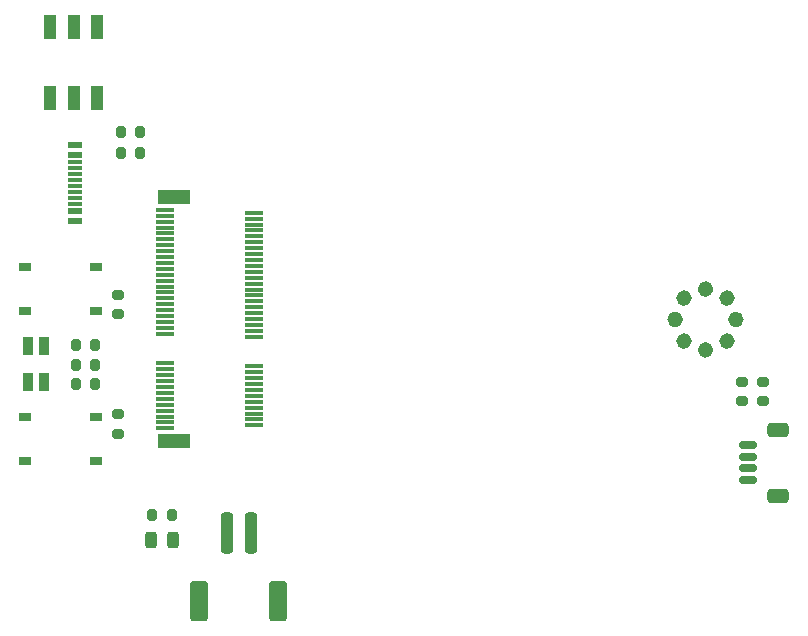
<source format=gbr>
%TF.GenerationSoftware,KiCad,Pcbnew,8.0.4*%
%TF.CreationDate,2024-12-04T08:53:49-07:00*%
%TF.ProjectId,particle-somduino,70617274-6963-46c6-952d-736f6d647569,rev?*%
%TF.SameCoordinates,Original*%
%TF.FileFunction,Paste,Top*%
%TF.FilePolarity,Positive*%
%FSLAX46Y46*%
G04 Gerber Fmt 4.6, Leading zero omitted, Abs format (unit mm)*
G04 Created by KiCad (PCBNEW 8.0.4) date 2024-12-04 08:53:49*
%MOMM*%
%LPD*%
G01*
G04 APERTURE LIST*
G04 Aperture macros list*
%AMRoundRect*
0 Rectangle with rounded corners*
0 $1 Rounding radius*
0 $2 $3 $4 $5 $6 $7 $8 $9 X,Y pos of 4 corners*
0 Add a 4 corners polygon primitive as box body*
4,1,4,$2,$3,$4,$5,$6,$7,$8,$9,$2,$3,0*
0 Add four circle primitives for the rounded corners*
1,1,$1+$1,$2,$3*
1,1,$1+$1,$4,$5*
1,1,$1+$1,$6,$7*
1,1,$1+$1,$8,$9*
0 Add four rect primitives between the rounded corners*
20,1,$1+$1,$2,$3,$4,$5,0*
20,1,$1+$1,$4,$5,$6,$7,0*
20,1,$1+$1,$6,$7,$8,$9,0*
20,1,$1+$1,$8,$9,$2,$3,0*%
G04 Aperture macros list end*
%ADD10C,0.650000*%
%ADD11RoundRect,0.200000X0.275000X-0.200000X0.275000X0.200000X-0.275000X0.200000X-0.275000X-0.200000X0*%
%ADD12RoundRect,0.200000X0.200000X0.275000X-0.200000X0.275000X-0.200000X-0.275000X0.200000X-0.275000X0*%
%ADD13R,1.000000X0.750000*%
%ADD14RoundRect,0.250000X-0.250000X-1.500000X0.250000X-1.500000X0.250000X1.500000X-0.250000X1.500000X0*%
%ADD15RoundRect,0.250001X-0.499999X-1.449999X0.499999X-1.449999X0.499999X1.449999X-0.499999X1.449999X0*%
%ADD16R,0.900000X1.500000*%
%ADD17RoundRect,0.200000X-0.275000X0.200000X-0.275000X-0.200000X0.275000X-0.200000X0.275000X0.200000X0*%
%ADD18R,1.549400X0.304800*%
%ADD19R,2.743200X1.193800*%
%ADD20RoundRect,0.200000X-0.200000X-0.275000X0.200000X-0.275000X0.200000X0.275000X-0.200000X0.275000X0*%
%ADD21R,1.000000X2.000000*%
%ADD22R,1.240000X0.600000*%
%ADD23R,1.240000X0.300000*%
%ADD24RoundRect,0.243750X-0.243750X-0.456250X0.243750X-0.456250X0.243750X0.456250X-0.243750X0.456250X0*%
%ADD25RoundRect,0.150000X-0.625000X0.150000X-0.625000X-0.150000X0.625000X-0.150000X0.625000X0.150000X0*%
%ADD26RoundRect,0.250000X-0.650000X0.350000X-0.650000X-0.350000X0.650000X-0.350000X0.650000X0.350000X0*%
G04 APERTURE END LIST*
%TO.C,H1*%
D10*
X158150000Y-73340000D02*
G75*
G02*
X157500000Y-73340000I-325000J0D01*
G01*
X157500000Y-73340000D02*
G75*
G02*
X158150000Y-73340000I325000J0D01*
G01*
X158904200Y-71519200D02*
G75*
G02*
X158254200Y-71519200I-325000J0D01*
G01*
X158254200Y-71519200D02*
G75*
G02*
X158904200Y-71519200I325000J0D01*
G01*
X158904200Y-75160800D02*
G75*
G02*
X158254200Y-75160800I-325000J0D01*
G01*
X158254200Y-75160800D02*
G75*
G02*
X158904200Y-75160800I325000J0D01*
G01*
X160725000Y-70765000D02*
G75*
G02*
X160075000Y-70765000I-325000J0D01*
G01*
X160075000Y-70765000D02*
G75*
G02*
X160725000Y-70765000I325000J0D01*
G01*
X160725000Y-75915000D02*
G75*
G02*
X160075000Y-75915000I-325000J0D01*
G01*
X160075000Y-75915000D02*
G75*
G02*
X160725000Y-75915000I325000J0D01*
G01*
X162545800Y-71519200D02*
G75*
G02*
X161895800Y-71519200I-325000J0D01*
G01*
X161895800Y-71519200D02*
G75*
G02*
X162545800Y-71519200I325000J0D01*
G01*
X162545800Y-75160800D02*
G75*
G02*
X161895800Y-75160800I-325000J0D01*
G01*
X161895800Y-75160800D02*
G75*
G02*
X162545800Y-75160800I325000J0D01*
G01*
X163300000Y-73340000D02*
G75*
G02*
X162650000Y-73340000I-325000J0D01*
G01*
X162650000Y-73340000D02*
G75*
G02*
X163300000Y-73340000I325000J0D01*
G01*
%TD*%
D11*
%TO.C,R4*%
X110700000Y-72875000D03*
X110700000Y-71225000D03*
%TD*%
D12*
%TO.C,R1*%
X108730000Y-75500000D03*
X107080000Y-75500000D03*
%TD*%
D13*
%TO.C,SW1*%
X102800000Y-81575000D03*
X108800000Y-81575000D03*
X102800000Y-85325000D03*
X108800000Y-85325000D03*
%TD*%
D12*
%TO.C,R5*%
X115225000Y-89900000D03*
X113575000Y-89900000D03*
%TD*%
D14*
%TO.C,J6*%
X119900000Y-91400000D03*
X121900000Y-91400000D03*
D15*
X117550000Y-97150000D03*
X124250000Y-97150000D03*
%TD*%
D16*
%TO.C,D1*%
X104430000Y-78650000D03*
X103030000Y-78650000D03*
X104430000Y-75550000D03*
X103030000Y-75550000D03*
%TD*%
D17*
%TO.C,R8*%
X110700000Y-81375000D03*
X110700000Y-83025000D03*
%TD*%
D18*
%TO.C,U1*%
X114624700Y-82549999D03*
X122174702Y-82299999D03*
X114624700Y-82050000D03*
X122174702Y-81800000D03*
X114624700Y-81550001D03*
X122174702Y-81300001D03*
X114624700Y-81049999D03*
X122174702Y-80799999D03*
X114624700Y-80550000D03*
X122174702Y-80300000D03*
X114624700Y-80050001D03*
X122174702Y-79800000D03*
X114624700Y-79550001D03*
X122174702Y-79300001D03*
X114624700Y-79050000D03*
X122174702Y-78800000D03*
X114624700Y-78550001D03*
X122174702Y-78300001D03*
X114624700Y-78049999D03*
X122174702Y-77799999D03*
X114624700Y-77550000D03*
X122174702Y-77300000D03*
X114624700Y-77050001D03*
X122174702Y-74800001D03*
X114624700Y-74550000D03*
X122174702Y-74300000D03*
X114624700Y-74050001D03*
X122174702Y-73800001D03*
X114624700Y-73549999D03*
X122174702Y-73299999D03*
X114624700Y-73050000D03*
X122174702Y-72800000D03*
X114624700Y-72550001D03*
X122174702Y-72300001D03*
X114624700Y-72049999D03*
X122174702Y-71799999D03*
X114624700Y-71550000D03*
X122174702Y-71300000D03*
X114624700Y-71049999D03*
X122174702Y-70799999D03*
X114624700Y-70550000D03*
X122174702Y-70300000D03*
X114624700Y-70050001D03*
X122174702Y-69800001D03*
X114624700Y-69549999D03*
X122174702Y-69299999D03*
X114624700Y-69050000D03*
X122174702Y-68800000D03*
X114624700Y-68549999D03*
X122174702Y-68299999D03*
X114624700Y-68050000D03*
X122174702Y-67800000D03*
X114624700Y-67550001D03*
X122174702Y-67300001D03*
X114624700Y-67049999D03*
X122174702Y-66799999D03*
X114624700Y-66550000D03*
X122174702Y-66300000D03*
X114624700Y-66049999D03*
X122174702Y-65799999D03*
X114624700Y-65550000D03*
X122174702Y-65300000D03*
X114624700Y-65050001D03*
X122174702Y-64800001D03*
X114624700Y-64549999D03*
X122174702Y-64299999D03*
X114624700Y-64049999D03*
D19*
X115399702Y-83649999D03*
X115399702Y-62950000D03*
%TD*%
D20*
%TO.C,R10*%
X110900000Y-57500000D03*
X112550000Y-57500000D03*
%TD*%
D12*
%TO.C,R2*%
X108730000Y-77150000D03*
X107080000Y-77150000D03*
%TD*%
D21*
%TO.C,SW3*%
X108900000Y-54550000D03*
X106900000Y-54550000D03*
X104900000Y-54550000D03*
X108900000Y-48550000D03*
X106900000Y-48550000D03*
X104900000Y-48550000D03*
%TD*%
D11*
%TO.C,R6*%
X165300000Y-80250000D03*
X165300000Y-78600000D03*
%TD*%
D20*
%TO.C,R9*%
X110900000Y-59200000D03*
X112550000Y-59200000D03*
%TD*%
D13*
%TO.C,SW2*%
X108800000Y-72625000D03*
X102800000Y-72625000D03*
X108800000Y-68875000D03*
X102800000Y-68875000D03*
%TD*%
D22*
%TO.C,J8*%
X107020000Y-58590000D03*
X107020000Y-59390000D03*
D23*
X107020000Y-60540000D03*
X107020000Y-61540000D03*
X107020000Y-62040000D03*
X107020000Y-63040000D03*
D22*
X107020000Y-64190000D03*
X107020000Y-64990000D03*
X107020000Y-64990000D03*
X107020000Y-64190000D03*
D23*
X107020000Y-63540000D03*
X107020000Y-62540000D03*
X107020000Y-61040000D03*
X107020000Y-60040000D03*
D22*
X107020000Y-59390000D03*
X107020000Y-58590000D03*
%TD*%
D24*
%TO.C,D2*%
X113425000Y-92000000D03*
X115300000Y-92000000D03*
%TD*%
D12*
%TO.C,R3*%
X108730000Y-78800000D03*
X107080000Y-78800000D03*
%TD*%
D11*
%TO.C,R7*%
X163500000Y-80250000D03*
X163500000Y-78600000D03*
%TD*%
D25*
%TO.C,J7*%
X164025000Y-83950000D03*
X164025000Y-84950000D03*
X164025000Y-85950000D03*
X164025000Y-86950000D03*
D26*
X166550000Y-82650000D03*
X166550000Y-88250000D03*
%TD*%
M02*

</source>
